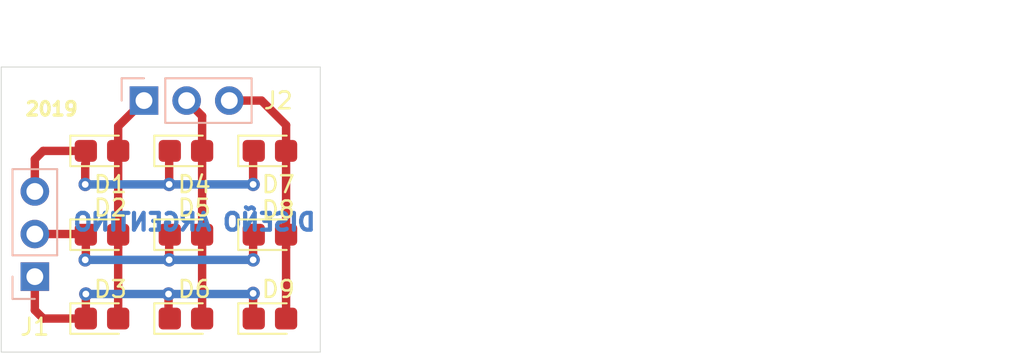
<source format=kicad_pcb>
(kicad_pcb (version 20171130) (host pcbnew 5.1.2-f72e74a~84~ubuntu16.04.1)

  (general
    (thickness 1.6)
    (drawings 9)
    (tracks 57)
    (zones 0)
    (modules 11)
    (nets 7)
  )

  (page A4)
  (title_block
    (title "Matriz de LEDs")
    (date 2019-07-16)
    (company "Diego Brengi")
    (comment 1 "Cursos KiCad")
  )

  (layers
    (0 F.Cu signal)
    (31 B.Cu signal)
    (32 B.Adhes user hide)
    (33 F.Adhes user hide)
    (34 B.Paste user hide)
    (35 F.Paste user)
    (36 B.SilkS user hide)
    (37 F.SilkS user)
    (38 B.Mask user)
    (39 F.Mask user hide)
    (40 Dwgs.User user)
    (41 Cmts.User user)
    (42 Eco1.User user)
    (43 Eco2.User user)
    (44 Edge.Cuts user)
    (45 Margin user)
    (46 B.CrtYd user hide)
    (47 F.CrtYd user hide)
    (48 B.Fab user hide)
    (49 F.Fab user hide)
  )

  (setup
    (last_trace_width 0.5)
    (user_trace_width 0.5)
    (trace_clearance 0.5)
    (zone_clearance 0.508)
    (zone_45_only no)
    (trace_min 0.2)
    (via_size 0.8)
    (via_drill 0.4)
    (via_min_size 0.4)
    (via_min_drill 0.3)
    (user_via 1 0.5)
    (uvia_size 0.3)
    (uvia_drill 0.1)
    (uvias_allowed no)
    (uvia_min_size 0.2)
    (uvia_min_drill 0.1)
    (edge_width 0.05)
    (segment_width 0.2)
    (pcb_text_width 0.3)
    (pcb_text_size 1.5 1.5)
    (mod_edge_width 0.12)
    (mod_text_size 1 1)
    (mod_text_width 0.15)
    (pad_size 1.524 1.524)
    (pad_drill 0.762)
    (pad_to_mask_clearance 0.051)
    (solder_mask_min_width 0.25)
    (aux_axis_origin 0 0)
    (visible_elements FFFDEF7F)
    (pcbplotparams
      (layerselection 0x010fc_ffffffff)
      (usegerberextensions false)
      (usegerberattributes false)
      (usegerberadvancedattributes false)
      (creategerberjobfile false)
      (excludeedgelayer true)
      (linewidth 0.100000)
      (plotframeref false)
      (viasonmask false)
      (mode 1)
      (useauxorigin false)
      (hpglpennumber 1)
      (hpglpenspeed 20)
      (hpglpendiameter 15.000000)
      (psnegative false)
      (psa4output false)
      (plotreference true)
      (plotvalue true)
      (plotinvisibletext false)
      (padsonsilk false)
      (subtractmaskfromsilk false)
      (outputformat 1)
      (mirror false)
      (drillshape 1)
      (scaleselection 1)
      (outputdirectory ""))
  )

  (net 0 "")
  (net 1 "Net-(D1-Pad2)")
  (net 2 "Net-(D1-Pad1)")
  (net 3 "Net-(D2-Pad1)")
  (net 4 "Net-(D3-Pad1)")
  (net 5 "Net-(D4-Pad2)")
  (net 6 "Net-(D7-Pad2)")

  (net_class Default "Esta es la clase de red por defecto."
    (clearance 0.5)
    (trace_width 0.25)
    (via_dia 0.8)
    (via_drill 0.4)
    (uvia_dia 0.3)
    (uvia_drill 0.1)
    (add_net "Net-(D1-Pad1)")
    (add_net "Net-(D1-Pad2)")
    (add_net "Net-(D2-Pad1)")
    (add_net "Net-(D3-Pad1)")
    (add_net "Net-(D4-Pad2)")
    (add_net "Net-(D7-Pad2)")
  )

  (module Connector_PinHeader_2.54mm:PinHeader_1x03_P2.54mm_Vertical (layer B.Cu) (tedit 59FED5CC) (tstamp 5D2DC0BA)
    (at 132.5 87 270)
    (descr "Through hole straight pin header, 1x03, 2.54mm pitch, single row")
    (tags "Through hole pin header THT 1x03 2.54mm single row")
    (path /5D2DC1D1)
    (fp_text reference J2 (at 0 -8 180) (layer F.SilkS)
      (effects (font (size 1 1) (thickness 0.15)))
    )
    (fp_text value Conn_01x03 (at 0 -7.41 270) (layer B.Fab)
      (effects (font (size 1 1) (thickness 0.15)) (justify mirror))
    )
    (fp_text user %R (at 0 -2.54) (layer B.Fab)
      (effects (font (size 1 1) (thickness 0.15)) (justify mirror))
    )
    (fp_line (start 1.8 1.8) (end -1.8 1.8) (layer B.CrtYd) (width 0.05))
    (fp_line (start 1.8 -6.85) (end 1.8 1.8) (layer B.CrtYd) (width 0.05))
    (fp_line (start -1.8 -6.85) (end 1.8 -6.85) (layer B.CrtYd) (width 0.05))
    (fp_line (start -1.8 1.8) (end -1.8 -6.85) (layer B.CrtYd) (width 0.05))
    (fp_line (start -1.33 1.33) (end 0 1.33) (layer B.SilkS) (width 0.12))
    (fp_line (start -1.33 0) (end -1.33 1.33) (layer B.SilkS) (width 0.12))
    (fp_line (start -1.33 -1.27) (end 1.33 -1.27) (layer B.SilkS) (width 0.12))
    (fp_line (start 1.33 -1.27) (end 1.33 -6.41) (layer B.SilkS) (width 0.12))
    (fp_line (start -1.33 -1.27) (end -1.33 -6.41) (layer B.SilkS) (width 0.12))
    (fp_line (start -1.33 -6.41) (end 1.33 -6.41) (layer B.SilkS) (width 0.12))
    (fp_line (start -1.27 0.635) (end -0.635 1.27) (layer B.Fab) (width 0.1))
    (fp_line (start -1.27 -6.35) (end -1.27 0.635) (layer B.Fab) (width 0.1))
    (fp_line (start 1.27 -6.35) (end -1.27 -6.35) (layer B.Fab) (width 0.1))
    (fp_line (start 1.27 1.27) (end 1.27 -6.35) (layer B.Fab) (width 0.1))
    (fp_line (start -0.635 1.27) (end 1.27 1.27) (layer B.Fab) (width 0.1))
    (pad 3 thru_hole oval (at 0 -5.08 270) (size 1.7 1.7) (drill 1) (layers *.Cu *.Mask)
      (net 6 "Net-(D7-Pad2)"))
    (pad 2 thru_hole oval (at 0 -2.54 270) (size 1.7 1.7) (drill 1) (layers *.Cu *.Mask)
      (net 5 "Net-(D4-Pad2)"))
    (pad 1 thru_hole rect (at 0 0 270) (size 1.7 1.7) (drill 1) (layers *.Cu *.Mask)
      (net 1 "Net-(D1-Pad2)"))
    (model ${KISYS3DMOD}/Connector_PinHeader_2.54mm.3dshapes/PinHeader_1x03_P2.54mm_Vertical.wrl
      (at (xyz 0 0 0))
      (scale (xyz 1 1 1))
      (rotate (xyz 0 0 0))
    )
  )

  (module Connector_PinHeader_2.54mm:PinHeader_1x03_P2.54mm_Vertical (layer B.Cu) (tedit 59FED5CC) (tstamp 5D2DC0A3)
    (at 126 97.5)
    (descr "Through hole straight pin header, 1x03, 2.54mm pitch, single row")
    (tags "Through hole pin header THT 1x03 2.54mm single row")
    (path /5D2DCE83)
    (fp_text reference J1 (at 0 3) (layer F.SilkS)
      (effects (font (size 1 1) (thickness 0.15)))
    )
    (fp_text value Conn_01x03 (at 0 -7.41) (layer B.Fab)
      (effects (font (size 1 1) (thickness 0.15)) (justify mirror))
    )
    (fp_text user %R (at 1.355 -2.12 -90) (layer B.Fab)
      (effects (font (size 1 1) (thickness 0.15)) (justify mirror))
    )
    (fp_line (start 1.8 1.8) (end -1.8 1.8) (layer B.CrtYd) (width 0.05))
    (fp_line (start 1.8 -6.85) (end 1.8 1.8) (layer B.CrtYd) (width 0.05))
    (fp_line (start -1.8 -6.85) (end 1.8 -6.85) (layer B.CrtYd) (width 0.05))
    (fp_line (start -1.8 1.8) (end -1.8 -6.85) (layer B.CrtYd) (width 0.05))
    (fp_line (start -1.33 1.33) (end 0 1.33) (layer B.SilkS) (width 0.12))
    (fp_line (start -1.33 0) (end -1.33 1.33) (layer B.SilkS) (width 0.12))
    (fp_line (start -1.33 -1.27) (end 1.33 -1.27) (layer B.SilkS) (width 0.12))
    (fp_line (start 1.33 -1.27) (end 1.33 -6.41) (layer B.SilkS) (width 0.12))
    (fp_line (start -1.33 -1.27) (end -1.33 -6.41) (layer B.SilkS) (width 0.12))
    (fp_line (start -1.33 -6.41) (end 1.33 -6.41) (layer B.SilkS) (width 0.12))
    (fp_line (start -1.27 0.635) (end -0.635 1.27) (layer B.Fab) (width 0.1))
    (fp_line (start -1.27 -6.35) (end -1.27 0.635) (layer B.Fab) (width 0.1))
    (fp_line (start 1.27 -6.35) (end -1.27 -6.35) (layer B.Fab) (width 0.1))
    (fp_line (start 1.27 1.27) (end 1.27 -6.35) (layer B.Fab) (width 0.1))
    (fp_line (start -0.635 1.27) (end 1.27 1.27) (layer B.Fab) (width 0.1))
    (pad 3 thru_hole oval (at 0 -5.08) (size 1.7 1.7) (drill 1) (layers *.Cu *.Mask)
      (net 2 "Net-(D1-Pad1)"))
    (pad 2 thru_hole oval (at 0 -2.54) (size 1.7 1.7) (drill 1) (layers *.Cu *.Mask)
      (net 3 "Net-(D2-Pad1)"))
    (pad 1 thru_hole rect (at 0 0) (size 1.7 1.7) (drill 1) (layers *.Cu *.Mask)
      (net 4 "Net-(D3-Pad1)"))
    (model ${KISYS3DMOD}/Connector_PinHeader_2.54mm.3dshapes/PinHeader_1x03_P2.54mm_Vertical.wrl
      (at (xyz 0 0 0))
      (scale (xyz 1 1 1))
      (rotate (xyz 0 0 0))
    )
  )

  (module LED_SMD:LED_0805_2012Metric_Castellated (layer F.Cu) (tedit 5B36C52C) (tstamp 5D2DC08C)
    (at 140 100)
    (descr "LED SMD 0805 (2012 Metric), castellated end terminal, IPC_7351 nominal, (Body size source: https://docs.google.com/spreadsheets/d/1BsfQQcO9C6DZCsRaXUlFlo91Tg2WpOkGARC1WS5S8t0/edit?usp=sharing), generated with kicad-footprint-generator")
    (tags "LED castellated")
    (path /5D2DAE23)
    (attr smd)
    (fp_text reference D9 (at 0.5 -1.75) (layer F.SilkS)
      (effects (font (size 1 1) (thickness 0.15)))
    )
    (fp_text value "LED VERDE" (at 0 1.6) (layer F.Fab)
      (effects (font (size 1 1) (thickness 0.15)))
    )
    (fp_text user %R (at 0 0) (layer F.Fab)
      (effects (font (size 0.5 0.5) (thickness 0.08)))
    )
    (fp_line (start 1.88 0.9) (end -1.88 0.9) (layer F.CrtYd) (width 0.05))
    (fp_line (start 1.88 -0.9) (end 1.88 0.9) (layer F.CrtYd) (width 0.05))
    (fp_line (start -1.88 -0.9) (end 1.88 -0.9) (layer F.CrtYd) (width 0.05))
    (fp_line (start -1.88 0.9) (end -1.88 -0.9) (layer F.CrtYd) (width 0.05))
    (fp_line (start -1.885 0.91) (end 1 0.91) (layer F.SilkS) (width 0.12))
    (fp_line (start -1.885 -0.91) (end -1.885 0.91) (layer F.SilkS) (width 0.12))
    (fp_line (start 1 -0.91) (end -1.885 -0.91) (layer F.SilkS) (width 0.12))
    (fp_line (start 1 0.6) (end 1 -0.6) (layer F.Fab) (width 0.1))
    (fp_line (start -1 0.6) (end 1 0.6) (layer F.Fab) (width 0.1))
    (fp_line (start -1 -0.3) (end -1 0.6) (layer F.Fab) (width 0.1))
    (fp_line (start -0.7 -0.6) (end -1 -0.3) (layer F.Fab) (width 0.1))
    (fp_line (start 1 -0.6) (end -0.7 -0.6) (layer F.Fab) (width 0.1))
    (pad 2 smd roundrect (at 0.9625 0) (size 1.325 1.3) (layers F.Cu F.Paste F.Mask) (roundrect_rratio 0.192308)
      (net 6 "Net-(D7-Pad2)"))
    (pad 1 smd roundrect (at -0.9625 0) (size 1.325 1.3) (layers F.Cu F.Paste F.Mask) (roundrect_rratio 0.192308)
      (net 4 "Net-(D3-Pad1)"))
    (model ${KISYS3DMOD}/LED_SMD.3dshapes/LED_0805_2012Metric_Castellated.wrl
      (at (xyz 0 0 0))
      (scale (xyz 1 1 1))
      (rotate (xyz 0 0 0))
    )
  )

  (module LED_SMD:LED_0805_2012Metric_Castellated (layer F.Cu) (tedit 5B36C52C) (tstamp 5D2DC079)
    (at 140 95)
    (descr "LED SMD 0805 (2012 Metric), castellated end terminal, IPC_7351 nominal, (Body size source: https://docs.google.com/spreadsheets/d/1BsfQQcO9C6DZCsRaXUlFlo91Tg2WpOkGARC1WS5S8t0/edit?usp=sharing), generated with kicad-footprint-generator")
    (tags "LED castellated")
    (path /5D2D96B7)
    (attr smd)
    (fp_text reference D8 (at 0.5 -1.5) (layer F.SilkS)
      (effects (font (size 1 1) (thickness 0.15)))
    )
    (fp_text value "LED VERDE" (at 0 1.6) (layer F.Fab)
      (effects (font (size 1 1) (thickness 0.15)))
    )
    (fp_text user %R (at 0 0) (layer F.Fab)
      (effects (font (size 0.5 0.5) (thickness 0.08)))
    )
    (fp_line (start 1.88 0.9) (end -1.88 0.9) (layer F.CrtYd) (width 0.05))
    (fp_line (start 1.88 -0.9) (end 1.88 0.9) (layer F.CrtYd) (width 0.05))
    (fp_line (start -1.88 -0.9) (end 1.88 -0.9) (layer F.CrtYd) (width 0.05))
    (fp_line (start -1.88 0.9) (end -1.88 -0.9) (layer F.CrtYd) (width 0.05))
    (fp_line (start -1.885 0.91) (end 1 0.91) (layer F.SilkS) (width 0.12))
    (fp_line (start -1.885 -0.91) (end -1.885 0.91) (layer F.SilkS) (width 0.12))
    (fp_line (start 1 -0.91) (end -1.885 -0.91) (layer F.SilkS) (width 0.12))
    (fp_line (start 1 0.6) (end 1 -0.6) (layer F.Fab) (width 0.1))
    (fp_line (start -1 0.6) (end 1 0.6) (layer F.Fab) (width 0.1))
    (fp_line (start -1 -0.3) (end -1 0.6) (layer F.Fab) (width 0.1))
    (fp_line (start -0.7 -0.6) (end -1 -0.3) (layer F.Fab) (width 0.1))
    (fp_line (start 1 -0.6) (end -0.7 -0.6) (layer F.Fab) (width 0.1))
    (pad 2 smd roundrect (at 0.9625 0) (size 1.325 1.3) (layers F.Cu F.Paste F.Mask) (roundrect_rratio 0.192308)
      (net 6 "Net-(D7-Pad2)"))
    (pad 1 smd roundrect (at -0.9625 0) (size 1.325 1.3) (layers F.Cu F.Paste F.Mask) (roundrect_rratio 0.192308)
      (net 3 "Net-(D2-Pad1)"))
    (model ${KISYS3DMOD}/LED_SMD.3dshapes/LED_0805_2012Metric_Castellated.wrl
      (at (xyz 0 0 0))
      (scale (xyz 1 1 1))
      (rotate (xyz 0 0 0))
    )
  )

  (module LED_SMD:LED_0805_2012Metric_Castellated (layer F.Cu) (tedit 5B36C52C) (tstamp 5D2DC066)
    (at 140 90)
    (descr "LED SMD 0805 (2012 Metric), castellated end terminal, IPC_7351 nominal, (Body size source: https://docs.google.com/spreadsheets/d/1BsfQQcO9C6DZCsRaXUlFlo91Tg2WpOkGARC1WS5S8t0/edit?usp=sharing), generated with kicad-footprint-generator")
    (tags "LED castellated")
    (path /5D2D7FAC)
    (attr smd)
    (fp_text reference D7 (at 0.5 2) (layer F.SilkS)
      (effects (font (size 1 1) (thickness 0.15)))
    )
    (fp_text value "LED VERDE" (at 0 1.6) (layer F.Fab)
      (effects (font (size 1 1) (thickness 0.15)))
    )
    (fp_text user %R (at 0 0) (layer F.Fab)
      (effects (font (size 0.5 0.5) (thickness 0.08)))
    )
    (fp_line (start 1.88 0.9) (end -1.88 0.9) (layer F.CrtYd) (width 0.05))
    (fp_line (start 1.88 -0.9) (end 1.88 0.9) (layer F.CrtYd) (width 0.05))
    (fp_line (start -1.88 -0.9) (end 1.88 -0.9) (layer F.CrtYd) (width 0.05))
    (fp_line (start -1.88 0.9) (end -1.88 -0.9) (layer F.CrtYd) (width 0.05))
    (fp_line (start -1.885 0.91) (end 1 0.91) (layer F.SilkS) (width 0.12))
    (fp_line (start -1.885 -0.91) (end -1.885 0.91) (layer F.SilkS) (width 0.12))
    (fp_line (start 1 -0.91) (end -1.885 -0.91) (layer F.SilkS) (width 0.12))
    (fp_line (start 1 0.6) (end 1 -0.6) (layer F.Fab) (width 0.1))
    (fp_line (start -1 0.6) (end 1 0.6) (layer F.Fab) (width 0.1))
    (fp_line (start -1 -0.3) (end -1 0.6) (layer F.Fab) (width 0.1))
    (fp_line (start -0.7 -0.6) (end -1 -0.3) (layer F.Fab) (width 0.1))
    (fp_line (start 1 -0.6) (end -0.7 -0.6) (layer F.Fab) (width 0.1))
    (pad 2 smd roundrect (at 0.9625 0) (size 1.325 1.3) (layers F.Cu F.Paste F.Mask) (roundrect_rratio 0.192308)
      (net 6 "Net-(D7-Pad2)"))
    (pad 1 smd roundrect (at -0.9625 0) (size 1.325 1.3) (layers F.Cu F.Paste F.Mask) (roundrect_rratio 0.192308)
      (net 2 "Net-(D1-Pad1)"))
    (model ${KISYS3DMOD}/LED_SMD.3dshapes/LED_0805_2012Metric_Castellated.wrl
      (at (xyz 0 0 0))
      (scale (xyz 1 1 1))
      (rotate (xyz 0 0 0))
    )
  )

  (module LED_SMD:LED_0805_2012Metric_Castellated (layer F.Cu) (tedit 5B36C52C) (tstamp 5D2DC053)
    (at 135 100)
    (descr "LED SMD 0805 (2012 Metric), castellated end terminal, IPC_7351 nominal, (Body size source: https://docs.google.com/spreadsheets/d/1BsfQQcO9C6DZCsRaXUlFlo91Tg2WpOkGARC1WS5S8t0/edit?usp=sharing), generated with kicad-footprint-generator")
    (tags "LED castellated")
    (path /5D2DA9C6)
    (attr smd)
    (fp_text reference D6 (at 0.5 -1.75) (layer F.SilkS)
      (effects (font (size 1 1) (thickness 0.15)))
    )
    (fp_text value "LED VERDE" (at 0 1.6) (layer F.Fab)
      (effects (font (size 1 1) (thickness 0.15)))
    )
    (fp_text user %R (at 0 0) (layer F.Fab)
      (effects (font (size 0.5 0.5) (thickness 0.08)))
    )
    (fp_line (start 1.88 0.9) (end -1.88 0.9) (layer F.CrtYd) (width 0.05))
    (fp_line (start 1.88 -0.9) (end 1.88 0.9) (layer F.CrtYd) (width 0.05))
    (fp_line (start -1.88 -0.9) (end 1.88 -0.9) (layer F.CrtYd) (width 0.05))
    (fp_line (start -1.88 0.9) (end -1.88 -0.9) (layer F.CrtYd) (width 0.05))
    (fp_line (start -1.885 0.91) (end 1 0.91) (layer F.SilkS) (width 0.12))
    (fp_line (start -1.885 -0.91) (end -1.885 0.91) (layer F.SilkS) (width 0.12))
    (fp_line (start 1 -0.91) (end -1.885 -0.91) (layer F.SilkS) (width 0.12))
    (fp_line (start 1 0.6) (end 1 -0.6) (layer F.Fab) (width 0.1))
    (fp_line (start -1 0.6) (end 1 0.6) (layer F.Fab) (width 0.1))
    (fp_line (start -1 -0.3) (end -1 0.6) (layer F.Fab) (width 0.1))
    (fp_line (start -0.7 -0.6) (end -1 -0.3) (layer F.Fab) (width 0.1))
    (fp_line (start 1 -0.6) (end -0.7 -0.6) (layer F.Fab) (width 0.1))
    (pad 2 smd roundrect (at 0.9625 0) (size 1.325 1.3) (layers F.Cu F.Paste F.Mask) (roundrect_rratio 0.192308)
      (net 5 "Net-(D4-Pad2)"))
    (pad 1 smd roundrect (at -0.9625 0) (size 1.325 1.3) (layers F.Cu F.Paste F.Mask) (roundrect_rratio 0.192308)
      (net 4 "Net-(D3-Pad1)"))
    (model ${KISYS3DMOD}/LED_SMD.3dshapes/LED_0805_2012Metric_Castellated.wrl
      (at (xyz 0 0 0))
      (scale (xyz 1 1 1))
      (rotate (xyz 0 0 0))
    )
  )

  (module LED_SMD:LED_0805_2012Metric_Castellated (layer F.Cu) (tedit 5B36C52C) (tstamp 5D2DC040)
    (at 135 95)
    (descr "LED SMD 0805 (2012 Metric), castellated end terminal, IPC_7351 nominal, (Body size source: https://docs.google.com/spreadsheets/d/1BsfQQcO9C6DZCsRaXUlFlo91Tg2WpOkGARC1WS5S8t0/edit?usp=sharing), generated with kicad-footprint-generator")
    (tags "LED castellated")
    (path /5D2D90B3)
    (attr smd)
    (fp_text reference D5 (at 0.5 -1.6) (layer F.SilkS)
      (effects (font (size 1 1) (thickness 0.15)))
    )
    (fp_text value "LED VERDE" (at 0 1.6) (layer F.Fab)
      (effects (font (size 1 1) (thickness 0.15)))
    )
    (fp_text user %R (at 0 0) (layer F.Fab)
      (effects (font (size 0.5 0.5) (thickness 0.08)))
    )
    (fp_line (start 1.88 0.9) (end -1.88 0.9) (layer F.CrtYd) (width 0.05))
    (fp_line (start 1.88 -0.9) (end 1.88 0.9) (layer F.CrtYd) (width 0.05))
    (fp_line (start -1.88 -0.9) (end 1.88 -0.9) (layer F.CrtYd) (width 0.05))
    (fp_line (start -1.88 0.9) (end -1.88 -0.9) (layer F.CrtYd) (width 0.05))
    (fp_line (start -1.885 0.91) (end 1 0.91) (layer F.SilkS) (width 0.12))
    (fp_line (start -1.885 -0.91) (end -1.885 0.91) (layer F.SilkS) (width 0.12))
    (fp_line (start 1 -0.91) (end -1.885 -0.91) (layer F.SilkS) (width 0.12))
    (fp_line (start 1 0.6) (end 1 -0.6) (layer F.Fab) (width 0.1))
    (fp_line (start -1 0.6) (end 1 0.6) (layer F.Fab) (width 0.1))
    (fp_line (start -1 -0.3) (end -1 0.6) (layer F.Fab) (width 0.1))
    (fp_line (start -0.7 -0.6) (end -1 -0.3) (layer F.Fab) (width 0.1))
    (fp_line (start 1 -0.6) (end -0.7 -0.6) (layer F.Fab) (width 0.1))
    (pad 2 smd roundrect (at 0.9625 0) (size 1.325 1.3) (layers F.Cu F.Paste F.Mask) (roundrect_rratio 0.192308)
      (net 5 "Net-(D4-Pad2)"))
    (pad 1 smd roundrect (at -0.9625 0) (size 1.325 1.3) (layers F.Cu F.Paste F.Mask) (roundrect_rratio 0.192308)
      (net 3 "Net-(D2-Pad1)"))
    (model ${KISYS3DMOD}/LED_SMD.3dshapes/LED_0805_2012Metric_Castellated.wrl
      (at (xyz 0 0 0))
      (scale (xyz 1 1 1))
      (rotate (xyz 0 0 0))
    )
  )

  (module LED_SMD:LED_0805_2012Metric_Castellated (layer F.Cu) (tedit 5B36C52C) (tstamp 5D2DC02D)
    (at 135 90)
    (descr "LED SMD 0805 (2012 Metric), castellated end terminal, IPC_7351 nominal, (Body size source: https://docs.google.com/spreadsheets/d/1BsfQQcO9C6DZCsRaXUlFlo91Tg2WpOkGARC1WS5S8t0/edit?usp=sharing), generated with kicad-footprint-generator")
    (tags "LED castellated")
    (path /5D2D7445)
    (attr smd)
    (fp_text reference D4 (at 0.5 2) (layer F.SilkS)
      (effects (font (size 1 1) (thickness 0.15)))
    )
    (fp_text value "LED VERDE" (at 0 1.6) (layer F.Fab)
      (effects (font (size 1 1) (thickness 0.15)))
    )
    (fp_text user %R (at 0 0) (layer F.Fab)
      (effects (font (size 0.5 0.5) (thickness 0.08)))
    )
    (fp_line (start 1.88 0.9) (end -1.88 0.9) (layer F.CrtYd) (width 0.05))
    (fp_line (start 1.88 -0.9) (end 1.88 0.9) (layer F.CrtYd) (width 0.05))
    (fp_line (start -1.88 -0.9) (end 1.88 -0.9) (layer F.CrtYd) (width 0.05))
    (fp_line (start -1.88 0.9) (end -1.88 -0.9) (layer F.CrtYd) (width 0.05))
    (fp_line (start -1.885 0.91) (end 1 0.91) (layer F.SilkS) (width 0.12))
    (fp_line (start -1.885 -0.91) (end -1.885 0.91) (layer F.SilkS) (width 0.12))
    (fp_line (start 1 -0.91) (end -1.885 -0.91) (layer F.SilkS) (width 0.12))
    (fp_line (start 1 0.6) (end 1 -0.6) (layer F.Fab) (width 0.1))
    (fp_line (start -1 0.6) (end 1 0.6) (layer F.Fab) (width 0.1))
    (fp_line (start -1 -0.3) (end -1 0.6) (layer F.Fab) (width 0.1))
    (fp_line (start -0.7 -0.6) (end -1 -0.3) (layer F.Fab) (width 0.1))
    (fp_line (start 1 -0.6) (end -0.7 -0.6) (layer F.Fab) (width 0.1))
    (pad 2 smd roundrect (at 0.9625 0) (size 1.325 1.3) (layers F.Cu F.Paste F.Mask) (roundrect_rratio 0.192308)
      (net 5 "Net-(D4-Pad2)"))
    (pad 1 smd roundrect (at -0.9625 0) (size 1.325 1.3) (layers F.Cu F.Paste F.Mask) (roundrect_rratio 0.192308)
      (net 2 "Net-(D1-Pad1)"))
    (model ${KISYS3DMOD}/LED_SMD.3dshapes/LED_0805_2012Metric_Castellated.wrl
      (at (xyz 0 0 0))
      (scale (xyz 1 1 1))
      (rotate (xyz 0 0 0))
    )
  )

  (module LED_SMD:LED_0805_2012Metric_Castellated (layer F.Cu) (tedit 5B36C52C) (tstamp 5D2DC01A)
    (at 130 100)
    (descr "LED SMD 0805 (2012 Metric), castellated end terminal, IPC_7351 nominal, (Body size source: https://docs.google.com/spreadsheets/d/1BsfQQcO9C6DZCsRaXUlFlo91Tg2WpOkGARC1WS5S8t0/edit?usp=sharing), generated with kicad-footprint-generator")
    (tags "LED castellated")
    (path /5D2DA17A)
    (attr smd)
    (fp_text reference D3 (at 0.5 -1.75) (layer F.SilkS)
      (effects (font (size 1 1) (thickness 0.15)))
    )
    (fp_text value "LED VERDE" (at 0 1.6) (layer F.Fab)
      (effects (font (size 1 1) (thickness 0.15)))
    )
    (fp_text user %R (at 0 0) (layer F.Fab)
      (effects (font (size 0.5 0.5) (thickness 0.08)))
    )
    (fp_line (start 1.88 0.9) (end -1.88 0.9) (layer F.CrtYd) (width 0.05))
    (fp_line (start 1.88 -0.9) (end 1.88 0.9) (layer F.CrtYd) (width 0.05))
    (fp_line (start -1.88 -0.9) (end 1.88 -0.9) (layer F.CrtYd) (width 0.05))
    (fp_line (start -1.88 0.9) (end -1.88 -0.9) (layer F.CrtYd) (width 0.05))
    (fp_line (start -1.885 0.91) (end 1 0.91) (layer F.SilkS) (width 0.12))
    (fp_line (start -1.885 -0.91) (end -1.885 0.91) (layer F.SilkS) (width 0.12))
    (fp_line (start 1 -0.91) (end -1.885 -0.91) (layer F.SilkS) (width 0.12))
    (fp_line (start 1 0.6) (end 1 -0.6) (layer F.Fab) (width 0.1))
    (fp_line (start -1 0.6) (end 1 0.6) (layer F.Fab) (width 0.1))
    (fp_line (start -1 -0.3) (end -1 0.6) (layer F.Fab) (width 0.1))
    (fp_line (start -0.7 -0.6) (end -1 -0.3) (layer F.Fab) (width 0.1))
    (fp_line (start 1 -0.6) (end -0.7 -0.6) (layer F.Fab) (width 0.1))
    (pad 2 smd roundrect (at 0.9625 0) (size 1.325 1.3) (layers F.Cu F.Paste F.Mask) (roundrect_rratio 0.192308)
      (net 1 "Net-(D1-Pad2)"))
    (pad 1 smd roundrect (at -0.9625 0) (size 1.325 1.3) (layers F.Cu F.Paste F.Mask) (roundrect_rratio 0.192308)
      (net 4 "Net-(D3-Pad1)"))
    (model ${KISYS3DMOD}/LED_SMD.3dshapes/LED_0805_2012Metric_Castellated.wrl
      (at (xyz 0 0 0))
      (scale (xyz 1 1 1))
      (rotate (xyz 0 0 0))
    )
  )

  (module LED_SMD:LED_0805_2012Metric_Castellated (layer F.Cu) (tedit 5B36C52C) (tstamp 5D2DC007)
    (at 130 95)
    (descr "LED SMD 0805 (2012 Metric), castellated end terminal, IPC_7351 nominal, (Body size source: https://docs.google.com/spreadsheets/d/1BsfQQcO9C6DZCsRaXUlFlo91Tg2WpOkGARC1WS5S8t0/edit?usp=sharing), generated with kicad-footprint-generator")
    (tags "LED castellated")
    (path /5D2D8AAA)
    (attr smd)
    (fp_text reference D2 (at 0.5 -1.6) (layer F.SilkS)
      (effects (font (size 1 1) (thickness 0.15)))
    )
    (fp_text value "LED VERDE" (at 0 1.6) (layer F.Fab)
      (effects (font (size 1 1) (thickness 0.15)))
    )
    (fp_text user %R (at 0 0) (layer F.Fab)
      (effects (font (size 0.5 0.5) (thickness 0.08)))
    )
    (fp_line (start 1.88 0.9) (end -1.88 0.9) (layer F.CrtYd) (width 0.05))
    (fp_line (start 1.88 -0.9) (end 1.88 0.9) (layer F.CrtYd) (width 0.05))
    (fp_line (start -1.88 -0.9) (end 1.88 -0.9) (layer F.CrtYd) (width 0.05))
    (fp_line (start -1.88 0.9) (end -1.88 -0.9) (layer F.CrtYd) (width 0.05))
    (fp_line (start -1.885 0.91) (end 1 0.91) (layer F.SilkS) (width 0.12))
    (fp_line (start -1.885 -0.91) (end -1.885 0.91) (layer F.SilkS) (width 0.12))
    (fp_line (start 1 -0.91) (end -1.885 -0.91) (layer F.SilkS) (width 0.12))
    (fp_line (start 1 0.6) (end 1 -0.6) (layer F.Fab) (width 0.1))
    (fp_line (start -1 0.6) (end 1 0.6) (layer F.Fab) (width 0.1))
    (fp_line (start -1 -0.3) (end -1 0.6) (layer F.Fab) (width 0.1))
    (fp_line (start -0.7 -0.6) (end -1 -0.3) (layer F.Fab) (width 0.1))
    (fp_line (start 1 -0.6) (end -0.7 -0.6) (layer F.Fab) (width 0.1))
    (pad 2 smd roundrect (at 0.9625 0) (size 1.325 1.3) (layers F.Cu F.Paste F.Mask) (roundrect_rratio 0.192308)
      (net 1 "Net-(D1-Pad2)"))
    (pad 1 smd roundrect (at -0.9625 0) (size 1.325 1.3) (layers F.Cu F.Paste F.Mask) (roundrect_rratio 0.192308)
      (net 3 "Net-(D2-Pad1)"))
    (model ${KISYS3DMOD}/LED_SMD.3dshapes/LED_0805_2012Metric_Castellated.wrl
      (at (xyz 0 0 0))
      (scale (xyz 1 1 1))
      (rotate (xyz 0 0 0))
    )
  )

  (module LED_SMD:LED_0805_2012Metric_Castellated (layer F.Cu) (tedit 5B36C52C) (tstamp 5D2DBFF4)
    (at 130 90)
    (descr "LED SMD 0805 (2012 Metric), castellated end terminal, IPC_7351 nominal, (Body size source: https://docs.google.com/spreadsheets/d/1BsfQQcO9C6DZCsRaXUlFlo91Tg2WpOkGARC1WS5S8t0/edit?usp=sharing), generated with kicad-footprint-generator")
    (tags "LED castellated")
    (path /5D2D6E13)
    (attr smd)
    (fp_text reference D1 (at 0.5 2) (layer F.SilkS)
      (effects (font (size 1 1) (thickness 0.15)))
    )
    (fp_text value "LED VERDE" (at 0 1.6) (layer F.Fab)
      (effects (font (size 1 1) (thickness 0.15)))
    )
    (fp_text user %R (at 0 0) (layer F.Fab)
      (effects (font (size 0.5 0.5) (thickness 0.08)))
    )
    (fp_line (start 1.88 0.9) (end -1.88 0.9) (layer F.CrtYd) (width 0.05))
    (fp_line (start 1.88 -0.9) (end 1.88 0.9) (layer F.CrtYd) (width 0.05))
    (fp_line (start -1.88 -0.9) (end 1.88 -0.9) (layer F.CrtYd) (width 0.05))
    (fp_line (start -1.88 0.9) (end -1.88 -0.9) (layer F.CrtYd) (width 0.05))
    (fp_line (start -1.885 0.91) (end 1 0.91) (layer F.SilkS) (width 0.12))
    (fp_line (start -1.885 -0.91) (end -1.885 0.91) (layer F.SilkS) (width 0.12))
    (fp_line (start 1 -0.91) (end -1.885 -0.91) (layer F.SilkS) (width 0.12))
    (fp_line (start 1 0.6) (end 1 -0.6) (layer F.Fab) (width 0.1))
    (fp_line (start -1 0.6) (end 1 0.6) (layer F.Fab) (width 0.1))
    (fp_line (start -1 -0.3) (end -1 0.6) (layer F.Fab) (width 0.1))
    (fp_line (start -0.7 -0.6) (end -1 -0.3) (layer F.Fab) (width 0.1))
    (fp_line (start 1 -0.6) (end -0.7 -0.6) (layer F.Fab) (width 0.1))
    (pad 2 smd roundrect (at 0.9625 0) (size 1.325 1.3) (layers F.Cu F.Paste F.Mask) (roundrect_rratio 0.192308)
      (net 1 "Net-(D1-Pad2)"))
    (pad 1 smd roundrect (at -0.9625 0) (size 1.325 1.3) (layers F.Cu F.Paste F.Mask) (roundrect_rratio 0.192308)
      (net 2 "Net-(D1-Pad1)"))
    (model ${KISYS3DMOD}/LED_SMD.3dshapes/LED_0805_2012Metric_Castellated.wrl
      (at (xyz 0 0 0))
      (scale (xyz 1 1 1))
      (rotate (xyz 0 0 0))
    )
  )

  (gr_text "DISEÑO ARGENTINO" (at 135.5 94.25) (layer B.Cu)
    (effects (font (size 1 1) (thickness 0.25)) (justify mirror))
  )
  (gr_text "Grila para LEDs : 5mm\nGrilla posicionamiento y borde: 2,5mm y 1mm\nGrilla de ruteo: 0,5 mm\nVías: 1mm/0,5mm\nPistas: 0,5 mm\nMargen: 0,5 mm\nTerminación: HASL\nSerigrafía: Solo capa superior\nCapas de cobre: 2" (at 149 92) (layer Dwgs.User)
    (effects (font (size 1 1) (thickness 0.15)) (justify left))
  )
  (dimension 17 (width 0.15) (layer Dwgs.User)
    (gr_text "17,000 mm" (at 146.3 93.5 270) (layer Dwgs.User)
      (effects (font (size 1 1) (thickness 0.15)))
    )
    (feature1 (pts (xy 143 102) (xy 145.586421 102)))
    (feature2 (pts (xy 143 85) (xy 145.586421 85)))
    (crossbar (pts (xy 145 85) (xy 145 102)))
    (arrow1a (pts (xy 145 102) (xy 144.413579 100.873496)))
    (arrow1b (pts (xy 145 102) (xy 145.586421 100.873496)))
    (arrow2a (pts (xy 145 85) (xy 144.413579 86.126504)))
    (arrow2b (pts (xy 145 85) (xy 145.586421 86.126504)))
  )
  (dimension 19 (width 0.15) (layer Dwgs.User)
    (gr_text "19,000 mm" (at 133.5 81.7) (layer Dwgs.User)
      (effects (font (size 1 1) (thickness 0.15)))
    )
    (feature1 (pts (xy 143 85) (xy 143 82.413579)))
    (feature2 (pts (xy 124 85) (xy 124 82.413579)))
    (crossbar (pts (xy 124 83) (xy 143 83)))
    (arrow1a (pts (xy 143 83) (xy 141.873496 83.586421)))
    (arrow1b (pts (xy 143 83) (xy 141.873496 82.413579)))
    (arrow2a (pts (xy 124 83) (xy 125.126504 83.586421)))
    (arrow2b (pts (xy 124 83) (xy 125.126504 82.413579)))
  )
  (gr_text 2019 (at 127 87.5) (layer F.SilkS)
    (effects (font (size 0.8 0.8) (thickness 0.2)))
  )
  (gr_line (start 124 102) (end 124 85) (layer Edge.Cuts) (width 0.05) (tstamp 5D2DC8C2))
  (gr_line (start 143 102) (end 124 102) (layer Edge.Cuts) (width 0.05))
  (gr_line (start 143 85) (end 143 102) (layer Edge.Cuts) (width 0.05))
  (gr_line (start 124 85) (end 143 85) (layer Edge.Cuts) (width 0.05))

  (segment (start 130.9625 88.5375) (end 130.9625 90) (width 0.5) (layer F.Cu) (net 1))
  (segment (start 132.5 87) (end 130.9625 88.5375) (width 0.5) (layer F.Cu) (net 1))
  (segment (start 130.9625 90) (end 130.9625 95) (width 0.5) (layer F.Cu) (net 1))
  (segment (start 130.9625 95.75) (end 130.9625 100) (width 0.5) (layer F.Cu) (net 1))
  (segment (start 130.9625 95) (end 130.9625 95.75) (width 0.5) (layer F.Cu) (net 1))
  (segment (start 126 92.42) (end 126 90.5) (width 0.5) (layer F.Cu) (net 2))
  (segment (start 126.5 90) (end 129.0375 90) (width 0.5) (layer F.Cu) (net 2))
  (segment (start 126 90.5) (end 126.5 90) (width 0.5) (layer F.Cu) (net 2))
  (segment (start 129.0375 90.75) (end 129 90.7875) (width 0.5) (layer F.Cu) (net 2))
  (segment (start 129.0375 90) (end 129.0375 90.75) (width 0.5) (layer F.Cu) (net 2))
  (via (at 129 92) (size 0.8) (drill 0.4) (layers F.Cu B.Cu) (net 2))
  (segment (start 129 90.7875) (end 129 92) (width 0.5) (layer F.Cu) (net 2))
  (via (at 139 92) (size 0.8) (drill 0.4) (layers F.Cu B.Cu) (net 2))
  (segment (start 139 90.0375) (end 139.0375 90) (width 0.5) (layer F.Cu) (net 2))
  (segment (start 139 92) (end 139 90.0375) (width 0.5) (layer F.Cu) (net 2))
  (segment (start 134 92) (end 139 92) (width 0.5) (layer B.Cu) (net 2))
  (segment (start 129 92) (end 134 92) (width 0.5) (layer B.Cu) (net 2))
  (via (at 134 92) (size 0.8) (drill 0.4) (layers F.Cu B.Cu) (net 2))
  (segment (start 134 90.0375) (end 134.0375 90) (width 0.5) (layer F.Cu) (net 2))
  (segment (start 134 92) (end 134 90.0375) (width 0.5) (layer F.Cu) (net 2))
  (segment (start 128.9975 94.96) (end 129.0375 95) (width 0.5) (layer F.Cu) (net 3))
  (segment (start 126 94.96) (end 128.9975 94.96) (width 0.5) (layer F.Cu) (net 3))
  (via (at 129 96.5) (size 0.8) (drill 0.4) (layers F.Cu B.Cu) (net 3))
  (segment (start 129.0375 96.4625) (end 129 96.5) (width 0.5) (layer F.Cu) (net 3))
  (segment (start 129.0375 95) (end 129.0375 96.4625) (width 0.5) (layer F.Cu) (net 3))
  (via (at 139 96.5) (size 0.8) (drill 0.4) (layers F.Cu B.Cu) (net 3))
  (segment (start 139 95.0375) (end 139.0375 95) (width 0.5) (layer F.Cu) (net 3))
  (segment (start 139 96.5) (end 139 95.0375) (width 0.5) (layer F.Cu) (net 3))
  (segment (start 134 96.5) (end 139 96.5) (width 0.5) (layer B.Cu) (net 3))
  (segment (start 129 96.5) (end 134 96.5) (width 0.5) (layer B.Cu) (net 3))
  (via (at 134 96.5) (size 0.8) (drill 0.4) (layers F.Cu B.Cu) (net 3))
  (segment (start 134 95.0375) (end 134.0375 95) (width 0.5) (layer F.Cu) (net 3))
  (segment (start 134 96.5) (end 134 95.0375) (width 0.5) (layer F.Cu) (net 3))
  (segment (start 126.5 100) (end 129.0375 100) (width 0.5) (layer F.Cu) (net 4))
  (segment (start 126 99.5) (end 126.5 100) (width 0.5) (layer F.Cu) (net 4))
  (segment (start 126 97.5) (end 126 99.5) (width 0.5) (layer F.Cu) (net 4))
  (segment (start 129.0375 100) (end 129.0375 98.5375) (width 0.5) (layer F.Cu) (net 4))
  (via (at 129.0375 98.5375) (size 0.8) (drill 0.4) (layers F.Cu B.Cu) (net 4))
  (segment (start 129.0375 98.5375) (end 133.9625 98.5375) (width 0.5) (layer B.Cu) (net 4))
  (via (at 133.9625 98.5375) (size 0.8) (drill 0.4) (layers F.Cu B.Cu) (net 4))
  (segment (start 133.9625 99.925) (end 134.0375 100) (width 0.5) (layer F.Cu) (net 4))
  (segment (start 133.9625 98.5375) (end 133.9625 99.925) (width 0.5) (layer F.Cu) (net 4))
  (segment (start 138.9625 98.5375) (end 139 98.5) (width 0.5) (layer B.Cu) (net 4))
  (via (at 139 98.5) (size 0.8) (drill 0.4) (layers F.Cu B.Cu) (net 4))
  (segment (start 133.9625 98.5375) (end 138.9625 98.5375) (width 0.5) (layer B.Cu) (net 4))
  (segment (start 139 99.9625) (end 139.0375 100) (width 0.5) (layer F.Cu) (net 4))
  (segment (start 139 98.5) (end 139 99.9625) (width 0.5) (layer F.Cu) (net 4))
  (segment (start 135.9625 87.9225) (end 135.9625 90) (width 0.5) (layer F.Cu) (net 5))
  (segment (start 135.04 87) (end 135.9625 87.9225) (width 0.5) (layer F.Cu) (net 5))
  (segment (start 135.9625 90) (end 135.9625 95) (width 0.5) (layer F.Cu) (net 5))
  (segment (start 135.9625 95) (end 135.9625 100) (width 0.5) (layer F.Cu) (net 5))
  (segment (start 137.58 87) (end 139.5 87) (width 0.5) (layer F.Cu) (net 6))
  (segment (start 140.9625 88.4625) (end 140.9625 90) (width 0.5) (layer F.Cu) (net 6))
  (segment (start 139.5 87) (end 140.9625 88.4625) (width 0.5) (layer F.Cu) (net 6))
  (segment (start 140.9625 90) (end 140.9625 95) (width 0.5) (layer F.Cu) (net 6))
  (segment (start 140.9625 95.75) (end 140.9625 100) (width 0.5) (layer F.Cu) (net 6))
  (segment (start 140.9625 95) (end 140.9625 95.75) (width 0.5) (layer F.Cu) (net 6))

  (zone (net 0) (net_name "") (layer B.Mask) (tstamp 0) (hatch edge 0.508)
    (connect_pads (clearance 0.508))
    (min_thickness 0.254)
    (fill yes (arc_segments 32) (thermal_gap 0.508) (thermal_bridge_width 0.508))
    (polygon
      (pts
        (xy 128 92.75) (xy 142.75 92.75) (xy 142.75 95.25) (xy 128 95.25)
      )
    )
    (filled_polygon
      (pts
        (xy 142.623 95.123) (xy 128.127 95.123) (xy 128.127 92.877) (xy 142.623 92.877)
      )
    )
  )
)

</source>
